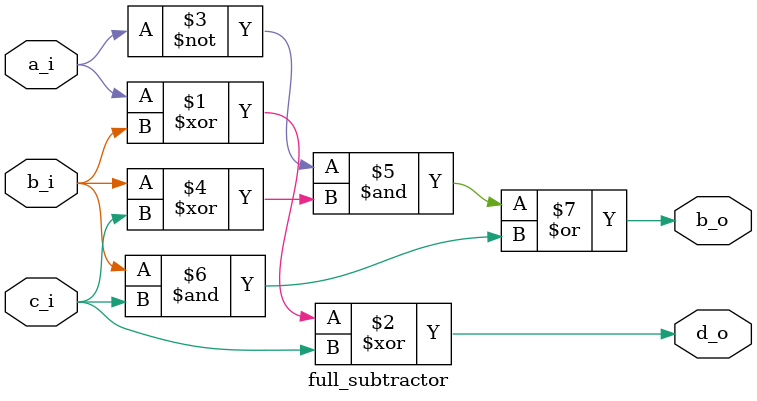
<source format=sv>
module full_subtractor(
	input logic a_i,
	input logic b_i,
	input logic c_i,
	output logic d_o,
	output logic b_o
	);

	assign d_o = a_i ^ b_i ^ c_i;
	assign b_o = ((~a_i) & (b_i ^ c_i)) | (b_i & c_i);
	
endmodule

</source>
